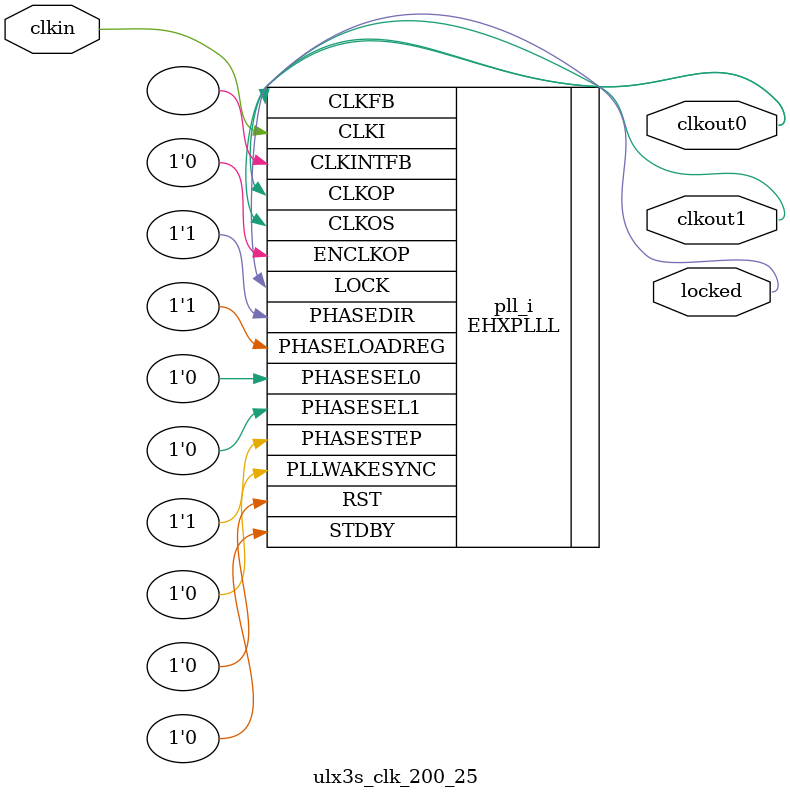
<source format=v>
module ulx3s_clk_200_25
(
    input clkin, // 25 MHz, 0 deg
    output clkout0, // 200 MHz, 0 deg
    output clkout1, // 25 MHz, 0 deg
    output locked
);
(* FREQUENCY_PIN_CLKI="25" *)
(* FREQUENCY_PIN_CLKOP="200" *)
(* FREQUENCY_PIN_CLKOS="25" *)
(* ICP_CURRENT="12" *) (* LPF_RESISTOR="8" *) (* MFG_ENABLE_FILTEROPAMP="1" *) (* MFG_GMCREF_SEL="2" *)
EHXPLLL #(
        .PLLRST_ENA("DISABLED"),
        .INTFB_WAKE("DISABLED"),
        .STDBY_ENABLE("DISABLED"),
        .DPHASE_SOURCE("DISABLED"),
        .OUTDIVIDER_MUXA("DIVA"),
        .OUTDIVIDER_MUXB("DIVB"),
        .OUTDIVIDER_MUXC("DIVC"),
        .OUTDIVIDER_MUXD("DIVD"),
        .CLKI_DIV(1),
        .CLKOP_ENABLE("ENABLED"),
        .CLKOP_DIV(3),
        .CLKOP_CPHASE(1),
        .CLKOP_FPHASE(0),
        .CLKOS_ENABLE("ENABLED"),
        .CLKOS_DIV(24),
        .CLKOS_CPHASE(1),
        .CLKOS_FPHASE(0),
        .FEEDBK_PATH("CLKOP"),
        .CLKFB_DIV(8)
    ) pll_i (
        .RST(1'b0),
        .STDBY(1'b0),
        .CLKI(clkin),
        .CLKOP(clkout0),
        .CLKOS(clkout1),
        .CLKFB(clkout0),
        .CLKINTFB(),
        .PHASESEL0(1'b0),
        .PHASESEL1(1'b0),
        .PHASEDIR(1'b1),
        .PHASESTEP(1'b1),
        .PHASELOADREG(1'b1),
        .PLLWAKESYNC(1'b0),
        .ENCLKOP(1'b0),
        .LOCK(locked)
	);
endmodule

</source>
